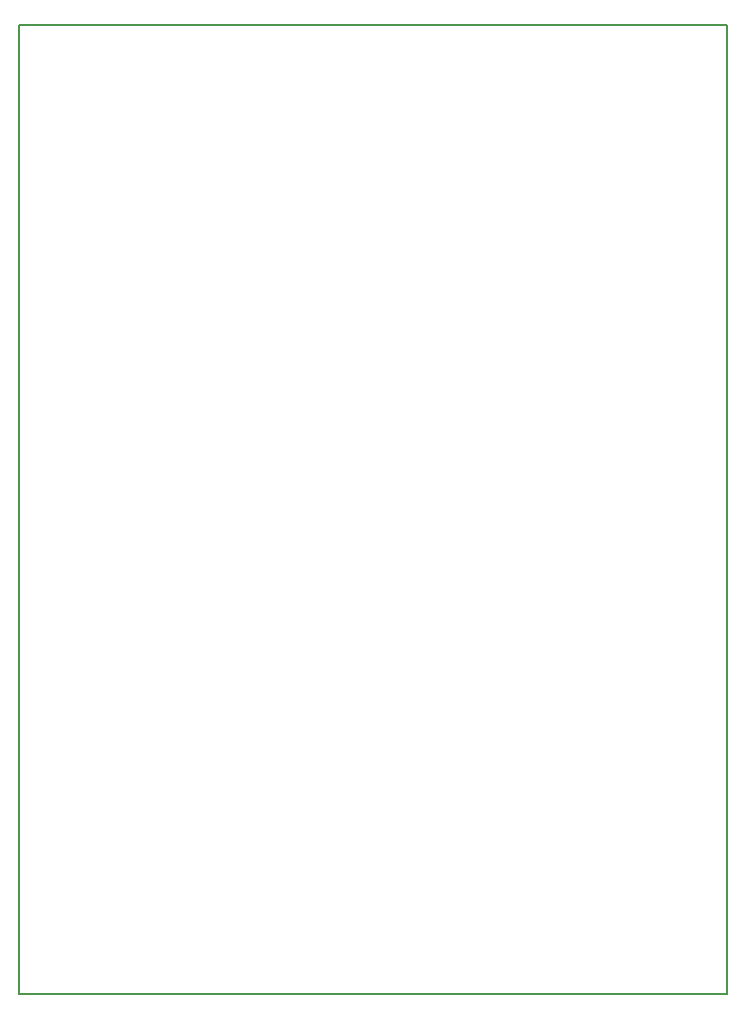
<source format=gm1>
G04 #@! TF.GenerationSoftware,KiCad,Pcbnew,(5.1.6)-1*
G04 #@! TF.CreationDate,2022-01-23T19:06:20-05:00*
G04 #@! TF.ProjectId,KiCad Schematic,4b694361-6420-4536-9368-656d61746963,rev?*
G04 #@! TF.SameCoordinates,Original*
G04 #@! TF.FileFunction,Profile,NP*
%FSLAX46Y46*%
G04 Gerber Fmt 4.6, Leading zero omitted, Abs format (unit mm)*
G04 Created by KiCad (PCBNEW (5.1.6)-1) date 2022-01-23 19:06:20*
%MOMM*%
%LPD*%
G01*
G04 APERTURE LIST*
G04 #@! TA.AperFunction,Profile*
%ADD10C,0.150000*%
G04 #@! TD*
G04 APERTURE END LIST*
D10*
X59900000Y-205500000D02*
X119900000Y-205500000D01*
X59900000Y-123500000D02*
X59900000Y-205500000D01*
X119900000Y-123500000D02*
X59900000Y-123500000D01*
X119900000Y-205500000D02*
X119900000Y-123500000D01*
M02*

</source>
